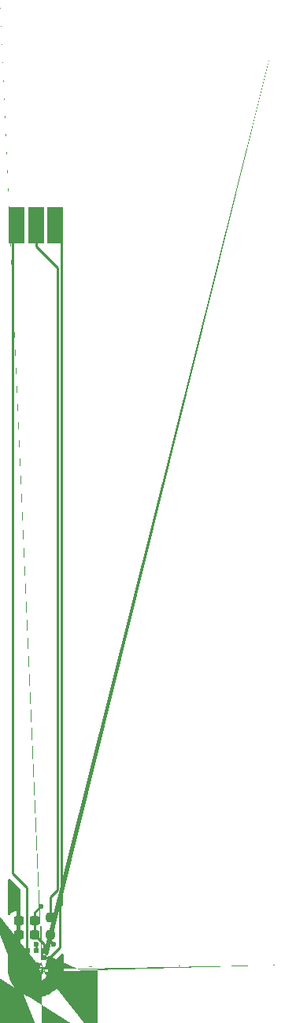
<source format=gtl>
G04 #@! TF.GenerationSoftware,KiCad,Pcbnew,7.0.1-3b83917a11~172~ubuntu22.04.1*
G04 #@! TF.CreationDate,2023-04-18T10:06:07+02:00*
G04 #@! TF.ProjectId,part3,70617274-332e-46b6-9963-61645f706362,rev?*
G04 #@! TF.SameCoordinates,Original*
G04 #@! TF.FileFunction,Copper,L1,Top*
G04 #@! TF.FilePolarity,Positive*
%FSLAX46Y46*%
G04 Gerber Fmt 4.6, Leading zero omitted, Abs format (unit mm)*
G04 Created by KiCad (PCBNEW 7.0.1-3b83917a11~172~ubuntu22.04.1) date 2023-04-18 10:06:07*
%MOMM*%
%LPD*%
G01*
G04 APERTURE LIST*
G04 Aperture macros list*
%AMRoundRect*
0 Rectangle with rounded corners*
0 $1 Rounding radius*
0 $2 $3 $4 $5 $6 $7 $8 $9 X,Y pos of 4 corners*
0 Add a 4 corners polygon primitive as box body*
4,1,4,$2,$3,$4,$5,$6,$7,$8,$9,$2,$3,0*
0 Add four circle primitives for the rounded corners*
1,1,$1+$1,$2,$3*
1,1,$1+$1,$4,$5*
1,1,$1+$1,$6,$7*
1,1,$1+$1,$8,$9*
0 Add four rect primitives between the rounded corners*
20,1,$1+$1,$2,$3,$4,$5,0*
20,1,$1+$1,$4,$5,$6,$7,0*
20,1,$1+$1,$6,$7,$8,$9,0*
20,1,$1+$1,$8,$9,$2,$3,0*%
%AMFreePoly0*
4,1,512,-0.607988,0.789500,-0.607976,0.789495,-0.607965,0.789499,-0.564965,0.786499,-0.564947,0.786490,-0.564929,0.786495,-0.522930,0.780495,-0.522918,0.780488,-0.522904,0.780491,-0.481904,0.772491,-0.481894,0.772484,-0.481884,0.772486,-0.439884,0.762486,-0.439872,0.762477,-0.439856,0.762479,-0.399857,0.750479,-0.399847,0.750471,-0.399835,0.750472,-0.359835,0.736472,-0.359824,0.736462,
-0.359810,0.736463,-0.320811,0.720463,-0.320802,0.720454,-0.320790,0.720454,-0.281791,0.702454,-0.281776,0.702437,-0.281753,0.702435,-0.244753,0.681435,-0.244747,0.681428,-0.244739,0.681427,-0.208739,0.659427,-0.208730,0.659414,-0.208717,0.659412,-0.173717,0.635412,-0.173709,0.635400,-0.173696,0.635397,-0.139696,0.609397,-0.139689,0.609385,-0.139678,0.609382,-0.107677,0.582382,
-0.107670,0.582369,-0.107658,0.582365,-0.076658,0.553365,-0.076650,0.553349,-0.076635,0.553342,-0.047635,0.522342,-0.047629,0.522328,-0.047618,0.522322,-0.020618,0.490322,-0.020614,0.490310,-0.020603,0.490304,0.005397,0.456304,0.005400,0.456290,0.005412,0.456283,0.029412,0.421283,0.029414,0.421269,0.029427,0.421261,0.051427,0.385261,0.051428,0.385252,0.051435,0.385247,
0.072435,0.348247,0.072437,0.348225,0.072454,0.348210,0.090454,0.309210,0.090454,0.309198,0.090463,0.309190,0.106462,0.270190,0.106462,0.270176,0.106472,0.270165,0.120472,0.230165,0.120471,0.230153,0.120479,0.230144,0.132479,0.190144,0.132477,0.190127,0.132486,0.190116,0.142486,0.148116,0.142484,0.148105,0.142491,0.148096,0.150491,0.107096,0.150488,0.107082,
0.150495,0.107071,0.156495,0.065071,0.156490,0.065052,0.156499,0.065035,0.159499,0.022034,0.159495,0.022022,0.159500,0.022012,0.160500,-0.019988,0.160497,-0.019994,0.160500,-0.020000,0.160500,-0.050000,0.160497,-0.050005,0.160500,-0.050012,0.159500,-0.091012,0.159494,-0.091023,0.159499,-0.091036,0.156499,-0.132036,0.156489,-0.132055,0.156494,-0.132075,0.150494,-0.172074,
0.150491,-0.172078,0.150493,-0.172086,0.143493,-0.212086,0.143482,-0.212102,0.143485,-0.212121,0.133485,-0.252121,0.133480,-0.252127,0.133481,-0.252135,0.122481,-0.291136,0.122470,-0.291149,0.122471,-0.291169,0.108471,-0.330169,0.108462,-0.330177,0.108463,-0.330188,0.093463,-0.367188,0.093451,-0.367200,0.093450,-0.367219,0.075450,-0.404219,0.075438,-0.404229,0.075437,-0.404242,
0.055437,-0.440243,0.055430,-0.440248,0.055429,-0.440257,0.034429,-0.475257,0.034413,-0.475268,0.034410,-0.475286,0.011410,-0.508286,0.011400,-0.508292,0.011398,-0.508302,-0.013601,-0.541302,-0.013613,-0.541309,-0.013617,-0.541321,-0.039617,-0.572321,-0.039628,-0.572327,-0.039634,-0.572341,-0.067634,-0.602341,-0.067651,-0.602349,-0.067659,-0.602365,-0.097659,-0.630366,-0.097672,-0.630371,
-0.097679,-0.630383,-0.128679,-0.656383,-0.128690,-0.656386,-0.128698,-0.656399,-0.161698,-0.681399,-0.161708,-0.681401,-0.161714,-0.681410,-0.194714,-0.704410,-0.194730,-0.704413,-0.194742,-0.704429,-0.229743,-0.725429,-0.229751,-0.725430,-0.229757,-0.725437,-0.265757,-0.745437,-0.265770,-0.745438,-0.265781,-0.745450,-0.302781,-0.763450,-0.302799,-0.763451,-0.302812,-0.763463,-0.339812,-0.778463,
-0.339823,-0.778462,-0.339831,-0.778470,-0.378831,-0.792471,-0.378850,-0.792470,-0.378864,-0.792481,-0.417864,-0.803481,-0.417872,-0.803480,-0.417879,-0.803485,-0.457879,-0.813485,-0.457898,-0.813482,-0.457914,-0.813492,-0.497914,-0.820493,-0.497920,-0.820491,-0.497926,-0.820495,-0.537926,-0.826494,-0.537944,-0.826489,-0.537963,-0.826499,-0.578964,-0.829499,-0.578976,-0.829494,-0.578988,-0.829500,
-0.619988,-0.830500,-0.619994,-0.830497,-0.620000,-0.830500,-0.630000,-0.830500,-0.630005,-0.830497,-0.630011,-0.830500,-0.673012,-0.829500,-0.673028,-0.829492,-0.673046,-0.829498,-0.717045,-0.825498,-0.717050,-0.825495,-0.717057,-0.825497,-0.760058,-0.820497,-0.760073,-0.820488,-0.760091,-0.820492,-0.803091,-0.812492,-0.803103,-0.812483,-0.803116,-0.812486,-0.845116,-0.802486,-0.845130,-0.802475,
-0.845151,-0.802477,-0.886151,-0.789477,-0.886156,-0.789472,-0.886162,-0.789473,-0.927162,-0.775473,-0.927174,-0.775462,-0.927191,-0.775462,-0.968192,-0.758462,-0.968199,-0.758454,-0.968210,-0.758454,-1.007210,-0.740454,-1.007222,-0.740440,-1.007241,-0.740438,-1.045242,-0.719438,-1.045250,-0.719427,-1.045264,-0.719425,-1.082264,-0.696425,-1.082272,-0.696413,-1.082285,-0.696411,-1.118285,-0.671411,
-1.118291,-0.671400,-1.118304,-0.671397,-1.152304,-0.645397,-1.152310,-0.645385,-1.152324,-0.645381,-1.185323,-0.617381,-1.185329,-0.617368,-1.185342,-0.617364,-1.217342,-0.587365,-1.217349,-0.587349,-1.217365,-0.587342,-1.247365,-0.555342,-1.247370,-0.555328,-1.247381,-0.555323,-1.275381,-0.522323,-1.275384,-0.522311,-1.275397,-0.522304,-1.301397,-0.488304,-1.301400,-0.488291,-1.301411,-0.488285,
-1.326411,-0.452285,-1.326413,-0.452272,-1.326425,-0.452264,-1.349425,-0.415264,-1.349427,-0.415249,-1.349437,-0.415242,-1.370438,-0.377242,-1.370440,-0.377221,-1.370454,-0.377209,-1.388454,-0.338210,-1.388454,-0.338199,-1.388462,-0.338192,-1.405462,-0.297192,-1.405462,-0.297173,-1.405473,-0.297161,-1.419473,-0.256162,-1.419472,-0.256156,-1.419477,-0.256151,-1.432477,-0.215151,-1.432475,-0.215130,
-1.432486,-0.215116,-1.442486,-0.173116,-1.442484,-0.173104,-1.442492,-0.173092,-1.450492,-0.130091,-1.450488,-0.130073,-1.450497,-0.130058,-1.455497,-0.087058,-1.455494,-0.087050,-1.455498,-0.087045,-1.459498,-0.043045,-1.459492,-0.043028,-1.459500,-0.043012,-1.460500,-0.000012,-1.460495,0.000000,-1.460500,0.000014,-1.459500,0.037014,-1.459495,0.037024,-1.459499,0.037036,-1.456499,0.078037,
-1.456490,0.078053,-1.456495,0.078072,-1.450495,0.119073,-1.450491,0.119078,-1.450493,0.119084,-1.443493,0.160084,-1.443483,0.160099,-1.443486,0.160118,-1.433486,0.201119,-1.433477,0.201130,-1.433479,0.201144,-1.421479,0.241143,-1.421470,0.241153,-1.421471,0.241169,-1.407470,0.280169,-1.407461,0.280178,-1.407461,0.280194,-1.391461,0.318194,-1.391452,0.318202,-1.391452,0.318214,
-1.373452,0.356214,-1.373445,0.356219,-1.373445,0.356228,-1.354445,0.393228,-1.354426,0.393243,-1.354423,0.393266,-1.332423,0.428266,-1.332411,0.428274,-1.332408,0.428288,-1.308409,0.462288,-1.308401,0.462292,-1.308399,0.462302,-1.283399,0.495302,-1.283385,0.495309,-1.283382,0.495322,-1.256382,0.527323,-1.256365,0.527331,-1.256359,0.527348,-1.227360,0.557347,-1.227351,0.557350,
-1.227348,0.557359,-1.197348,0.586359,-1.197330,0.586365,-1.197322,0.586382,-1.165322,0.613382,-1.165309,0.613385,-1.165302,0.613399,-1.132302,0.638398,-1.132292,0.638400,-1.132288,0.638408,-1.098289,0.662408,-1.098274,0.662411,-1.098266,0.662423,-1.063266,0.684423,-1.063243,0.684426,-1.063228,0.684445,-1.026229,0.703445,-1.026219,0.703445,-1.026214,0.703452,-0.988214,0.721452,
-0.988202,0.721452,-0.988194,0.721461,-0.950194,0.737461,-0.950179,0.737461,-0.950169,0.737471,-0.911169,0.751471,-0.911154,0.751470,-0.911144,0.751479,-0.871144,0.763479,-0.871129,0.763477,-0.871118,0.763486,-0.830118,0.773486,-0.830099,0.773483,-0.830084,0.773493,-0.789084,0.780493,-0.789077,0.780491,-0.789072,0.780495,-0.748072,0.786495,-0.748053,0.786490,-0.748036,0.786499,
-0.707036,0.789499,-0.707023,0.789494,-0.707011,0.789500,-0.660010,0.790500,-0.660004,0.790497,-0.660000,0.790500,-0.659831,0.790430,-0.659653,0.790361,-0.659650,0.790355,-0.659646,0.790354,-0.659580,0.790194,-0.659500,0.790011,-0.659502,0.790005,-0.659500,0.790000,-0.659500,0.490000,-0.659573,0.489821,-0.659633,0.489660,-0.659641,0.489655,-0.659646,0.489646,-0.659815,0.489576,
-0.659981,0.489500,-0.685967,0.488500,-0.711954,0.486501,-0.737928,0.483504,-0.763895,0.478511,-0.788870,0.472517,-0.814848,0.465522,-0.838808,0.456538,-0.862808,0.446538,-0.886778,0.435551,-0.909731,0.422578,-0.953710,0.394591,-0.974687,0.378609,-0.994666,0.361627,-1.013646,0.343646,-1.031627,0.324666,-1.048609,0.304687,-1.064591,0.283710,-1.092572,0.239739,-1.105551,0.216778,
-1.116538,0.192808,-1.126538,0.168809,-1.135522,0.144848,-1.142517,0.118870,-1.148509,0.093905,-1.153504,0.067928,-1.156501,0.041962,-1.158500,0.015981,-1.159500,-0.010017,-1.159500,-0.039981,-1.158500,-0.065981,-1.156503,-0.090943,-1.153504,-0.116928,-1.148514,-0.141883,-1.142520,-0.166860,-1.135521,-0.190853,-1.126534,-0.215818,-1.117539,-0.238803,-1.106554,-0.261772,-1.093570,-0.284746,
-1.080580,-0.306726,-1.065593,-0.327709,-1.050610,-0.347686,-1.033635,-0.367656,-0.997662,-0.403630,-0.977685,-0.420610,-0.957709,-0.435593,-0.936718,-0.450586,-0.914754,-0.463565,-0.891773,-0.476554,-0.868803,-0.487539,-0.845816,-0.496535,-0.820848,-0.505523,-0.796869,-0.512517,-0.771887,-0.518512,-0.746928,-0.523504,-0.720941,-0.526503,-0.695981,-0.528500,-0.669981,-0.529500,-0.660019,-0.529500,
-0.633028,-0.528500,-0.606037,-0.526501,-0.579077,-0.523505,-0.552102,-0.518510,-0.525130,-0.511517,-0.499155,-0.504523,-0.474179,-0.494533,-0.448200,-0.484541,-0.424238,-0.472560,-0.400243,-0.459563,-0.377270,-0.445579,-0.354298,-0.430597,-0.333322,-0.413618,-0.312325,-0.395620,-0.292354,-0.377646,-0.274372,-0.357666,-0.256389,-0.336685,-0.239406,-0.315707,-0.224419,-0.292727,-0.210436,-0.269756,
-0.197447,-0.245776,-0.185458,-0.221799,-0.175467,-0.195820,-0.165476,-0.170844,-0.158482,-0.144869,-0.151489,-0.117894,-0.146494,-0.090922,-0.143499,-0.063963,-0.141499,-0.036963,-0.140500,-0.009998,-0.141499,0.019967,-0.144497,0.046945,-0.148494,0.072924,-0.153487,0.098889,-0.167473,0.148836,-0.177464,0.173814,-0.187457,0.197796,-0.199447,0.221776,-0.212422,0.244731,-0.226415,0.266722,
-0.242398,0.288697,-0.258382,0.309676,-0.294351,0.347643,-0.314324,0.365619,-0.334312,0.382609,-0.355289,0.398591,-0.377268,0.412578,-0.400246,0.426564,-0.424208,0.438545,-0.448200,0.449541,-0.472179,0.459532,-0.497130,0.467517,-0.523130,0.474517,-0.549093,0.480508,-0.575057,0.484503,-0.601042,0.487501,-0.627025,0.489500,-0.650000,0.489500,-0.650354,0.489646,-0.650500,0.490000,
-0.650500,0.790000,-0.650497,0.790005,-0.650500,0.790012,-0.650427,0.790174,-0.650354,0.790354,-0.650347,0.790356,-0.650345,0.790362,-0.650179,0.790426,-0.650000,0.790500,-0.649994,0.790497,-0.649988,0.790500,-0.607988,0.789500,-0.607988,0.789500,$1*%
G04 Aperture macros list end*
G04 #@! TA.AperFunction,SMDPad,CuDef*
%ADD10R,0.600000X0.522000*%
G04 #@! TD*
G04 #@! TA.AperFunction,SMDPad,CuDef*
%ADD11FreePoly0,0.000000*%
G04 #@! TD*
G04 #@! TA.AperFunction,SMDPad,CuDef*
%ADD12RoundRect,0.237500X-0.300000X-0.237500X0.300000X-0.237500X0.300000X0.237500X-0.300000X0.237500X0*%
G04 #@! TD*
G04 #@! TA.AperFunction,SMDPad,CuDef*
%ADD13RoundRect,0.237500X0.237500X-0.250000X0.237500X0.250000X-0.237500X0.250000X-0.237500X-0.250000X0*%
G04 #@! TD*
G04 #@! TA.AperFunction,SMDPad,CuDef*
%ADD14R,1.800000X4.000000*%
G04 #@! TD*
G04 #@! TA.AperFunction,ViaPad*
%ADD15C,0.600000*%
G04 #@! TD*
G04 #@! TA.AperFunction,Conductor*
%ADD16C,0.250000*%
G04 #@! TD*
G04 APERTURE END LIST*
D10*
X143110000Y-129460000D03*
X143110000Y-130282000D03*
D11*
X144660000Y-131514000D03*
D10*
X144910000Y-130282000D03*
X144910000Y-129460000D03*
X144010000Y-129460000D03*
D12*
X142167500Y-127762000D03*
X143892500Y-127762000D03*
D13*
X145542000Y-127754500D03*
X145542000Y-125929500D03*
D12*
X142167500Y-126238000D03*
X143892500Y-126238000D03*
D14*
X146110000Y-51534000D03*
X144010000Y-51534000D03*
X141910000Y-51534000D03*
D15*
X144526000Y-124714000D03*
X145933500Y-128778000D03*
X144018000Y-128778000D03*
X141986000Y-124714000D03*
D16*
X144910000Y-129460000D02*
X144910000Y-128779500D01*
X144910000Y-128779500D02*
X143892500Y-127762000D01*
X143892500Y-125347500D02*
X144526000Y-124714000D01*
X143892500Y-127762000D02*
X143892500Y-126238000D01*
X143892500Y-126238000D02*
X143892500Y-125347500D01*
X144018000Y-129452000D02*
X144010000Y-129460000D01*
X145542000Y-128386500D02*
X145933500Y-128778000D01*
X145542000Y-127754500D02*
X145542000Y-128386500D01*
X144018000Y-128778000D02*
X144018000Y-129452000D01*
X142167500Y-126238000D02*
X142167500Y-127762000D01*
X142167500Y-131459269D02*
X142867231Y-132159000D01*
X144268883Y-132159000D02*
X144660000Y-131767883D01*
X142867231Y-132159000D02*
X144268883Y-132159000D01*
X143110000Y-130282000D02*
X142329000Y-130282000D01*
X142329000Y-130282000D02*
X142167500Y-130120500D01*
X142167500Y-126238000D02*
X142167500Y-124895500D01*
X142167500Y-130120500D02*
X142167500Y-127762000D01*
X146754000Y-52178000D02*
X146110000Y-51534000D01*
X145460000Y-130282000D02*
X146558000Y-129184000D01*
X145542000Y-125929500D02*
X145542000Y-123698000D01*
X145542000Y-123698000D02*
X146304000Y-122936000D01*
X146304000Y-122936000D02*
X146304000Y-56078000D01*
X144010000Y-53784000D02*
X144010000Y-51534000D01*
X144910000Y-130282000D02*
X145460000Y-130282000D01*
X146558000Y-124714000D02*
X146754000Y-124518000D01*
X146754000Y-124518000D02*
X146754000Y-52178000D01*
X146558000Y-129184000D02*
X146558000Y-124714000D01*
X141478000Y-51966000D02*
X141910000Y-51534000D01*
X141478000Y-121158000D02*
X141478000Y-51966000D01*
X143030000Y-129380000D02*
X143030000Y-122710000D01*
X143030000Y-122710000D02*
X141478000Y-121158000D01*
X143110000Y-129460000D02*
X143030000Y-129380000D01*
X146304000Y-56078000D02*
X144010000Y-53784000D01*
X142167500Y-131459269D02*
X142167500Y-130120500D01*
X144660000Y-131767883D02*
X144660000Y-131514000D01*
X142167500Y-124895500D02*
X141986000Y-124714000D01*
G04 #@! TA.AperFunction,NonConductor*
G36*
X141172818Y-121767835D02*
G01*
X141222181Y-121798085D01*
X142360181Y-122936085D01*
X142387061Y-122976313D01*
X142396500Y-123023766D01*
X142396500Y-128861579D01*
X142390155Y-128900738D01*
X142371769Y-128935886D01*
X142359111Y-128952796D01*
X142359109Y-128952799D01*
X142308011Y-129089794D01*
X142301500Y-129150366D01*
X142301500Y-129769634D01*
X142308011Y-129830203D01*
X142311601Y-129839828D01*
X142319419Y-129883141D01*
X142316742Y-129897995D01*
X142318067Y-129898138D01*
X142310000Y-129973176D01*
X142310000Y-130032000D01*
X142345547Y-130032000D01*
X142401052Y-130045116D01*
X142444815Y-130081691D01*
X142446739Y-130084262D01*
X142563796Y-130171889D01*
X142700794Y-130222988D01*
X142700797Y-130222988D01*
X142700799Y-130222989D01*
X142761362Y-130229500D01*
X142761366Y-130229500D01*
X143236000Y-130229500D01*
X143298000Y-130246113D01*
X143343387Y-130291500D01*
X143360000Y-130353500D01*
X143360000Y-130408000D01*
X143343387Y-130470000D01*
X143298000Y-130515387D01*
X143236000Y-130532000D01*
X142310000Y-130532000D01*
X142310000Y-130590824D01*
X142316402Y-130650375D01*
X142366647Y-130785089D01*
X142452811Y-130900188D01*
X142567911Y-130986352D01*
X142657132Y-131019630D01*
X142706248Y-131053173D01*
X142734094Y-131105729D01*
X142734265Y-131165205D01*
X142731846Y-131175119D01*
X142730153Y-131181350D01*
X142723602Y-131203191D01*
X142723185Y-131210629D01*
X142719989Y-131223732D01*
X142716894Y-131230700D01*
X142714370Y-131245484D01*
X142712609Y-131253991D01*
X142708729Y-131269897D01*
X142708790Y-131272078D01*
X142703100Y-131310964D01*
X142703078Y-131311027D01*
X142702702Y-131313603D01*
X142702238Y-131316536D01*
X142695113Y-131358259D01*
X142694456Y-131360109D01*
X142693328Y-131375521D01*
X142692353Y-131384415D01*
X142690303Y-131398425D01*
X142691100Y-131405966D01*
X142690361Y-131416067D01*
X142688549Y-131422958D01*
X142687860Y-131448451D01*
X142687574Y-131454151D01*
X142687390Y-131456665D01*
X142687352Y-131456807D01*
X142687301Y-131457873D01*
X142685428Y-131483465D01*
X142686043Y-131509909D01*
X142686031Y-131516137D01*
X142685389Y-131539895D01*
X142686901Y-131547100D01*
X142687170Y-131558818D01*
X142686001Y-131566282D01*
X142687436Y-131582065D01*
X142687911Y-131590404D01*
X142688384Y-131610761D01*
X142689290Y-131613673D01*
X142693785Y-131652335D01*
X142694105Y-131655425D01*
X142697972Y-131697948D01*
X142697826Y-131699722D01*
X142700966Y-131716597D01*
X142702228Y-131724955D01*
X142704052Y-131740646D01*
X142706773Y-131747803D01*
X142709069Y-131760144D01*
X142709076Y-131767472D01*
X142714574Y-131790563D01*
X142715853Y-131796601D01*
X142720245Y-131820205D01*
X142723234Y-131826934D01*
X142726689Y-131841447D01*
X142727111Y-131848976D01*
X142731239Y-131861995D01*
X142733665Y-131870747D01*
X142737702Y-131887704D01*
X142738278Y-131887508D01*
X142752564Y-131929347D01*
X142753417Y-131931938D01*
X142765132Y-131968886D01*
X142765510Y-131971728D01*
X142772626Y-131988890D01*
X142775428Y-131996310D01*
X142781114Y-132012962D01*
X142785284Y-132019417D01*
X142786812Y-132023101D01*
X142788178Y-132029617D01*
X142800298Y-132055876D01*
X142802255Y-132060346D01*
X142813388Y-132087197D01*
X142817258Y-132092626D01*
X142820536Y-132099730D01*
X142822437Y-132107036D01*
X142829183Y-132119243D01*
X142833241Y-132127258D01*
X142839150Y-132140062D01*
X142843939Y-132145944D01*
X142851522Y-132159665D01*
X142853865Y-132166689D01*
X142866063Y-132186313D01*
X142869280Y-132191798D01*
X142880580Y-132212245D01*
X142885590Y-132217729D01*
X142886751Y-132219596D01*
X142889447Y-132226487D01*
X142902795Y-132245708D01*
X142906259Y-132250977D01*
X142921807Y-132275990D01*
X142942041Y-132302451D01*
X142945387Y-132307042D01*
X142964045Y-132333908D01*
X142982790Y-132356002D01*
X142986735Y-132360899D01*
X143001048Y-132379615D01*
X143006797Y-132384296D01*
X143007396Y-132385002D01*
X143011036Y-132391360D01*
X143027407Y-132408821D01*
X143031499Y-132413409D01*
X143047116Y-132431816D01*
X143053044Y-132436168D01*
X143059829Y-132443405D01*
X143063993Y-132449856D01*
X143076637Y-132461710D01*
X143082289Y-132467362D01*
X143094195Y-132480061D01*
X143100654Y-132484227D01*
X143107915Y-132491034D01*
X143112267Y-132496956D01*
X143130601Y-132512512D01*
X143135184Y-132516600D01*
X143152755Y-132533072D01*
X143159151Y-132536734D01*
X143159835Y-132537315D01*
X143164487Y-132543029D01*
X143183086Y-132557251D01*
X143187990Y-132561203D01*
X143210073Y-132579940D01*
X143236963Y-132598615D01*
X143241553Y-132601961D01*
X143268016Y-132622196D01*
X143293006Y-132637731D01*
X143298274Y-132641194D01*
X143317568Y-132654593D01*
X143324456Y-132657281D01*
X143326454Y-132658522D01*
X143331943Y-132663524D01*
X143352194Y-132674716D01*
X143357678Y-132677933D01*
X143377545Y-132690282D01*
X143384607Y-132692628D01*
X143398164Y-132700120D01*
X143404025Y-132704886D01*
X143416709Y-132710741D01*
X143424725Y-132714799D01*
X143437130Y-132721654D01*
X143444489Y-132723563D01*
X143451496Y-132726797D01*
X143456922Y-132730661D01*
X143483655Y-132741746D01*
X143488125Y-132743703D01*
X143514445Y-132755851D01*
X143520962Y-132757214D01*
X143524619Y-132758730D01*
X143531077Y-132762898D01*
X143547685Y-132768569D01*
X143555114Y-132771374D01*
X143572341Y-132778517D01*
X143575210Y-132778898D01*
X143612086Y-132790590D01*
X143614678Y-132791443D01*
X143656569Y-132805747D01*
X143656374Y-132806315D01*
X143673244Y-132810332D01*
X143682003Y-132812760D01*
X143695153Y-132816929D01*
X143702715Y-132817349D01*
X143717349Y-132820833D01*
X143724051Y-132823801D01*
X143747389Y-132828144D01*
X143753429Y-132829424D01*
X143776771Y-132834982D01*
X143784127Y-132834981D01*
X143796200Y-132837227D01*
X143803359Y-132839948D01*
X143819050Y-132841772D01*
X143827418Y-132843036D01*
X143846361Y-132846561D01*
X143846392Y-132846216D01*
X143889061Y-132849961D01*
X143892536Y-132850315D01*
X143934854Y-132855234D01*
X143934756Y-132856069D01*
X143954598Y-132856324D01*
X143964502Y-132856848D01*
X143979324Y-132858227D01*
X143982164Y-132857724D01*
X144003216Y-132857724D01*
X144008054Y-132858655D01*
X144032449Y-132858060D01*
X144038358Y-132858057D01*
X144062856Y-132858626D01*
X144067536Y-132857724D01*
X144075212Y-132857724D01*
X144078361Y-132858290D01*
X144081582Y-132858055D01*
X144082154Y-132858034D01*
X144082274Y-132858003D01*
X144103040Y-132856484D01*
X144109062Y-132856191D01*
X144133548Y-132855593D01*
X144140602Y-132853736D01*
X144154288Y-132852734D01*
X144161722Y-132853512D01*
X144174278Y-132851629D01*
X144183628Y-132850587D01*
X144200480Y-132849354D01*
X144200389Y-132848830D01*
X144240552Y-132841788D01*
X144240694Y-132841775D01*
X144243147Y-132841342D01*
X144246342Y-132840820D01*
X144287191Y-132834693D01*
X144289178Y-132834739D01*
X144304397Y-132830935D01*
X144313099Y-132829088D01*
X144332292Y-132825729D01*
X144332180Y-132825332D01*
X144372270Y-132814024D01*
X144375861Y-132813069D01*
X144416336Y-132802951D01*
X144416402Y-132803215D01*
X144433634Y-132797029D01*
X144441878Y-132794390D01*
X144456456Y-132790278D01*
X144463063Y-132786464D01*
X144468152Y-132784637D01*
X144474827Y-132783568D01*
X144501072Y-132772928D01*
X144505766Y-132771134D01*
X144532511Y-132761532D01*
X144538190Y-132757879D01*
X144540432Y-132756970D01*
X144547937Y-132755403D01*
X144562359Y-132748386D01*
X144570025Y-132744972D01*
X144584959Y-132738917D01*
X144591064Y-132734439D01*
X144601922Y-132729149D01*
X144609164Y-132727141D01*
X144628340Y-132716489D01*
X144634312Y-132713380D01*
X144654889Y-132703369D01*
X144655651Y-132702708D01*
X144683716Y-132685869D01*
X144684153Y-132685616D01*
X144684187Y-132685587D01*
X144685157Y-132685005D01*
X144688720Y-132682947D01*
X144691214Y-132681561D01*
X144691512Y-132681462D01*
X144694205Y-132679899D01*
X144724371Y-132663142D01*
X144724480Y-132663339D01*
X144740885Y-132651905D01*
X144747997Y-132647301D01*
X144761952Y-132638928D01*
X144767404Y-132633488D01*
X144769721Y-132631890D01*
X144775346Y-132629386D01*
X144793603Y-132615555D01*
X144794543Y-132614875D01*
X144794635Y-132614774D01*
X144798133Y-132612124D01*
X144802109Y-132609234D01*
X144829443Y-132590182D01*
X144849021Y-132573762D01*
X144853828Y-132569929D01*
X144878944Y-132550901D01*
X144900182Y-132531079D01*
X144905107Y-132526721D01*
X144922500Y-132512132D01*
X144926909Y-132506190D01*
X144935833Y-132497894D01*
X144941935Y-132493980D01*
X144952552Y-132482604D01*
X144958601Y-132476555D01*
X144969935Y-132465976D01*
X144974077Y-132459540D01*
X144995488Y-132436601D01*
X144995870Y-132436193D01*
X145025743Y-132404475D01*
X145045926Y-132377833D01*
X145049764Y-132373021D01*
X145066167Y-132353464D01*
X145085232Y-132326109D01*
X145088126Y-132322127D01*
X145105518Y-132299169D01*
X145108261Y-132293066D01*
X145109734Y-132290953D01*
X145115171Y-132285547D01*
X145123207Y-132272153D01*
X145127855Y-132264978D01*
X145139402Y-132248433D01*
X145139174Y-132248307D01*
X145158922Y-132212760D01*
X145160989Y-132209182D01*
X145178690Y-132179680D01*
X145179359Y-132178908D01*
X145189372Y-132158328D01*
X145192483Y-132152352D01*
X145203072Y-132133292D01*
X145205081Y-132126039D01*
X145210411Y-132115082D01*
X145214945Y-132108893D01*
X145220980Y-132094008D01*
X145224391Y-132086347D01*
X145231390Y-132071959D01*
X145232954Y-132064471D01*
X145233902Y-132062132D01*
X145237556Y-132056449D01*
X145247132Y-132029771D01*
X145248927Y-132025071D01*
X145259589Y-131998772D01*
X145260657Y-131992097D01*
X145262456Y-131987086D01*
X145266271Y-131980478D01*
X145270394Y-131965863D01*
X145273030Y-131957628D01*
X145279209Y-131940415D01*
X145278947Y-131940350D01*
X145289069Y-131899858D01*
X145290024Y-131896266D01*
X145301341Y-131856146D01*
X145301733Y-131856256D01*
X145305085Y-131837106D01*
X145306932Y-131828405D01*
X145310722Y-131813245D01*
X145310677Y-131811295D01*
X145316887Y-131769893D01*
X145317372Y-131766907D01*
X145324837Y-131724257D01*
X145325364Y-131724349D01*
X145326589Y-131707601D01*
X145327631Y-131698249D01*
X145329500Y-131685785D01*
X145328728Y-131678381D01*
X145329740Y-131664555D01*
X145331594Y-131657507D01*
X145332190Y-131633077D01*
X145332484Y-131627047D01*
X145334005Y-131606267D01*
X145334034Y-131606153D01*
X145334055Y-131605591D01*
X145334288Y-131602403D01*
X145333724Y-131599265D01*
X145333724Y-131571749D01*
X145333758Y-131568866D01*
X145333771Y-131568307D01*
X145334591Y-131564418D01*
X145334304Y-131552337D01*
X145334306Y-131546353D01*
X145334606Y-131534041D01*
X145333776Y-131530099D01*
X145333758Y-131529325D01*
X145333724Y-131526442D01*
X145333724Y-131499954D01*
X145334303Y-131496750D01*
X145334025Y-131492757D01*
X145333980Y-131491494D01*
X145333920Y-131491254D01*
X145332497Y-131470855D01*
X145332231Y-131465174D01*
X145331621Y-131439533D01*
X145329830Y-131432633D01*
X145329000Y-131420732D01*
X145329823Y-131413191D01*
X145327821Y-131399175D01*
X145326874Y-131390262D01*
X145325892Y-131376181D01*
X145323509Y-131368991D01*
X145321518Y-131355055D01*
X145321830Y-131347647D01*
X145317319Y-131324525D01*
X145316270Y-131318311D01*
X145312582Y-131292494D01*
X145304788Y-131259759D01*
X145303711Y-131254784D01*
X145298383Y-131227482D01*
X145295621Y-131221259D01*
X145295570Y-131221044D01*
X145295183Y-131213471D01*
X145289347Y-131194016D01*
X145287490Y-131187107D01*
X145284381Y-131174049D01*
X145284826Y-131114797D01*
X145312714Y-131062517D01*
X145361674Y-131029147D01*
X145456204Y-130993889D01*
X145547071Y-130925865D01*
X145605841Y-130902110D01*
X145618797Y-130900474D01*
X145660006Y-130884157D01*
X145671037Y-130880380D01*
X145713593Y-130868018D01*
X145731160Y-130857628D01*
X145748632Y-130849068D01*
X145767617Y-130841552D01*
X145803475Y-130815498D01*
X145813223Y-130809096D01*
X145851362Y-130786542D01*
X145865800Y-130772103D01*
X145880588Y-130759472D01*
X145897107Y-130747472D01*
X145925359Y-130713319D01*
X145933203Y-130704699D01*
X146797819Y-129840084D01*
X146847182Y-129809834D01*
X146904898Y-129805292D01*
X146958385Y-129827447D01*
X146995985Y-129871470D01*
X147009500Y-129927765D01*
X147009500Y-131530519D01*
X147009305Y-131537472D01*
X146996034Y-131773769D01*
X146996019Y-131774026D01*
X146990732Y-131864805D01*
X146989190Y-131878366D01*
X146957109Y-132067178D01*
X146956977Y-132067939D01*
X146933222Y-132202662D01*
X146930260Y-132215457D01*
X146879791Y-132390640D01*
X146879427Y-132391877D01*
X146837556Y-132531733D01*
X146833327Y-132543622D01*
X146765045Y-132708469D01*
X146764343Y-132710129D01*
X146705006Y-132847689D01*
X146699675Y-132858557D01*
X146614396Y-133012857D01*
X146613255Y-133014876D01*
X146537292Y-133146448D01*
X146531034Y-133156203D01*
X146429818Y-133298853D01*
X146428153Y-133301145D01*
X146336617Y-133424100D01*
X146329613Y-133432680D01*
X146213662Y-133562430D01*
X146211396Y-133564897D01*
X146105617Y-133677015D01*
X146098050Y-133684380D01*
X145968786Y-133799898D01*
X145965865Y-133802429D01*
X145847296Y-133901920D01*
X145839345Y-133908060D01*
X145698328Y-134008117D01*
X145694711Y-134010588D01*
X145565044Y-134095870D01*
X145556888Y-134100796D01*
X145405868Y-134184263D01*
X145401537Y-134186547D01*
X145262545Y-134256351D01*
X145254346Y-134260101D01*
X145095149Y-134326042D01*
X145090108Y-134328003D01*
X144943770Y-134381267D01*
X144935686Y-134383899D01*
X144770242Y-134431562D01*
X144764511Y-134433066D01*
X144612840Y-134469012D01*
X144605015Y-134470602D01*
X144435414Y-134499419D01*
X144429038Y-134500333D01*
X144274100Y-134518442D01*
X144266659Y-134519085D01*
X144098540Y-134528527D01*
X144094955Y-134528729D01*
X144088003Y-134528924D01*
X143931997Y-134528924D01*
X143925044Y-134528729D01*
X143921174Y-134528511D01*
X143753339Y-134519085D01*
X143745898Y-134518442D01*
X143590960Y-134500333D01*
X143584584Y-134499419D01*
X143414983Y-134470602D01*
X143407158Y-134469012D01*
X143255487Y-134433066D01*
X143249756Y-134431562D01*
X143084312Y-134383899D01*
X143076228Y-134381267D01*
X142929890Y-134328003D01*
X142924849Y-134326042D01*
X142765652Y-134260101D01*
X142757453Y-134256351D01*
X142618461Y-134186547D01*
X142614130Y-134184263D01*
X142463110Y-134100796D01*
X142454954Y-134095870D01*
X142325287Y-134010588D01*
X142321670Y-134008117D01*
X142180653Y-133908060D01*
X142172702Y-133901920D01*
X142054133Y-133802429D01*
X142051212Y-133799898D01*
X141921948Y-133684380D01*
X141914381Y-133677015D01*
X141867770Y-133627610D01*
X141808575Y-133564868D01*
X141806363Y-133562460D01*
X141690385Y-133432680D01*
X141683381Y-133424100D01*
X141591845Y-133301145D01*
X141590180Y-133298853D01*
X141488964Y-133156203D01*
X141482712Y-133146458D01*
X141406731Y-133014856D01*
X141405602Y-133012857D01*
X141320317Y-132858546D01*
X141314998Y-132847701D01*
X141255640Y-132710094D01*
X141254953Y-132708469D01*
X141251495Y-132700120D01*
X141186668Y-132543615D01*
X141182442Y-132531733D01*
X141140571Y-132391877D01*
X141140258Y-132390814D01*
X141089734Y-132215443D01*
X141086779Y-132202674D01*
X141062984Y-132067728D01*
X141062937Y-132067458D01*
X141030805Y-131878345D01*
X141029268Y-131864823D01*
X141023965Y-131773769D01*
X141010695Y-131537472D01*
X141010500Y-131530519D01*
X141010500Y-128452153D01*
X141026754Y-128390779D01*
X141071255Y-128345495D01*
X141132336Y-128328172D01*
X141193984Y-128343352D01*
X141240038Y-128387056D01*
X141285054Y-128460038D01*
X141406959Y-128581943D01*
X141553698Y-128672453D01*
X141717348Y-128726681D01*
X141818353Y-128737000D01*
X141917500Y-128737000D01*
X141917500Y-125263001D01*
X141818353Y-125263001D01*
X141717349Y-125273318D01*
X141553698Y-125327546D01*
X141406959Y-125418056D01*
X141285054Y-125539961D01*
X141240038Y-125612944D01*
X141193984Y-125656648D01*
X141132336Y-125671828D01*
X141071255Y-125654505D01*
X141026754Y-125609221D01*
X141010500Y-125547847D01*
X141010500Y-121885766D01*
X141024015Y-121829471D01*
X141061615Y-121785448D01*
X141115102Y-121763293D01*
X141172818Y-121767835D01*
G37*
G04 #@! TD.AperFunction*
M02*

</source>
